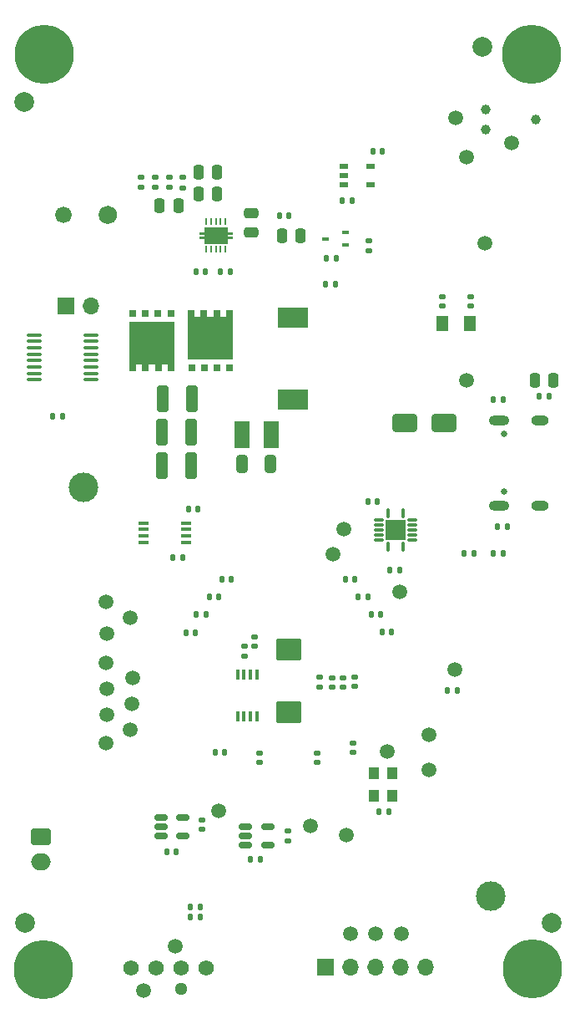
<source format=gbr>
%TF.GenerationSoftware,KiCad,Pcbnew,7.0.9*%
%TF.CreationDate,2024-01-12T11:53:26-05:00*%
%TF.ProjectId,bitaxeUltra,62697461-7865-4556-9c74-72612e6b6963,rev?*%
%TF.SameCoordinates,Original*%
%TF.FileFunction,Soldermask,Top*%
%TF.FilePolarity,Negative*%
%FSLAX46Y46*%
G04 Gerber Fmt 4.6, Leading zero omitted, Abs format (unit mm)*
G04 Created by KiCad (PCBNEW 7.0.9) date 2024-01-12 11:53:26*
%MOMM*%
%LPD*%
G01*
G04 APERTURE LIST*
G04 Aperture macros list*
%AMRoundRect*
0 Rectangle with rounded corners*
0 $1 Rounding radius*
0 $2 $3 $4 $5 $6 $7 $8 $9 X,Y pos of 4 corners*
0 Add a 4 corners polygon primitive as box body*
4,1,4,$2,$3,$4,$5,$6,$7,$8,$9,$2,$3,0*
0 Add four circle primitives for the rounded corners*
1,1,$1+$1,$2,$3*
1,1,$1+$1,$4,$5*
1,1,$1+$1,$6,$7*
1,1,$1+$1,$8,$9*
0 Add four rect primitives between the rounded corners*
20,1,$1+$1,$2,$3,$4,$5,0*
20,1,$1+$1,$4,$5,$6,$7,0*
20,1,$1+$1,$6,$7,$8,$9,0*
20,1,$1+$1,$8,$9,$2,$3,0*%
%AMFreePoly0*
4,1,35,0.005000,-4.560000,0.003536,-4.563536,0.000000,-4.565000,-5.000000,-4.565000,-5.003536,-4.563536,-5.005000,-4.560000,-5.005000,-3.898000,-5.003536,-3.894464,-5.000000,-3.893000,-4.325000,-3.893000,-4.325000,-3.269700,-5.000000,-3.269700,-5.003536,-3.268236,-5.005000,-3.264700,-5.005000,-2.599700,-5.003536,-2.596164,-5.000000,-2.594700,-4.325000,-2.594700,-4.325000,-1.971400,-5.000000,-1.971400,
-5.003536,-1.969936,-5.005000,-1.966400,-5.005000,-1.301400,-5.003536,-1.297864,-5.000000,-1.296400,-4.325000,-1.296400,-4.325000,-0.673100,-5.000000,-0.673100,-5.003536,-0.671636,-5.005000,-0.668100,-5.005000,0.000000,-5.003536,0.003536,-5.000000,0.005000,0.005000,0.005000,0.005000,-4.560000,0.005000,-4.560000,$1*%
%AMFreePoly1*
4,1,45,-0.124646,1.700354,-0.124500,1.700000,-0.124500,1.200500,0.124500,1.200500,0.124500,1.700000,0.124646,1.700354,0.125000,1.700500,0.375000,1.700500,0.375354,1.700354,0.375500,1.700000,0.375500,1.200500,0.825000,1.200500,0.825354,1.200354,0.825500,1.200000,0.825500,-1.200000,0.825354,-1.200354,0.825000,-1.200500,0.375500,-1.200500,0.375500,-1.700000,0.375354,-1.700354,
0.375000,-1.700500,0.125000,-1.700500,0.124646,-1.700354,0.124500,-1.700000,0.124500,-1.200500,-0.124500,-1.200500,-0.124500,-1.700000,-0.124646,-1.700354,-0.125000,-1.700500,-0.375000,-1.700500,-0.375354,-1.700354,-0.375500,-1.700000,-0.375500,-1.200500,-0.825000,-1.200500,-0.825354,-1.200354,-0.825500,-1.200000,-0.825500,1.200000,-0.825354,1.200354,-0.825000,1.200500,-0.375500,1.200500,
-0.375500,1.700000,-0.375354,1.700354,-0.375000,1.700500,-0.125000,1.700500,-0.124646,1.700354,-0.124646,1.700354,$1*%
G04 Aperture macros list end*
%ADD10C,0.120000*%
%ADD11RoundRect,0.250000X0.250000X0.475000X-0.250000X0.475000X-0.250000X-0.475000X0.250000X-0.475000X0*%
%ADD12RoundRect,0.140000X0.140000X0.170000X-0.140000X0.170000X-0.140000X-0.170000X0.140000X-0.170000X0*%
%ADD13RoundRect,0.250000X-1.000000X-0.650000X1.000000X-0.650000X1.000000X0.650000X-1.000000X0.650000X0*%
%ADD14RoundRect,0.100000X-0.637500X-0.100000X0.637500X-0.100000X0.637500X0.100000X-0.637500X0.100000X0*%
%ADD15RoundRect,0.140000X-0.170000X0.140000X-0.170000X-0.140000X0.170000X-0.140000X0.170000X0.140000X0*%
%ADD16C,2.000000*%
%ADD17RoundRect,0.135000X-0.185000X0.135000X-0.185000X-0.135000X0.185000X-0.135000X0.185000X0.135000X0*%
%ADD18RoundRect,0.135000X0.135000X0.185000X-0.135000X0.185000X-0.135000X-0.185000X0.135000X-0.185000X0*%
%ADD19C,1.500000*%
%ADD20R,0.700000X0.450000*%
%ADD21C,3.000000*%
%ADD22RoundRect,0.250000X-0.475000X0.250000X-0.475000X-0.250000X0.475000X-0.250000X0.475000X0.250000X0*%
%ADD23RoundRect,0.250000X-0.250000X-0.475000X0.250000X-0.475000X0.250000X0.475000X-0.250000X0.475000X0*%
%ADD24R,1.168400X1.600200*%
%ADD25RoundRect,0.150000X-0.512500X-0.150000X0.512500X-0.150000X0.512500X0.150000X-0.512500X0.150000X0*%
%ADD26RoundRect,0.140000X0.170000X-0.140000X0.170000X0.140000X-0.170000X0.140000X-0.170000X-0.140000X0*%
%ADD27R,0.400000X1.100000*%
%ADD28RoundRect,0.140000X-0.140000X-0.170000X0.140000X-0.170000X0.140000X0.170000X-0.140000X0.170000X0*%
%ADD29C,0.800000*%
%ADD30C,6.000000*%
%ADD31RoundRect,0.007800X-0.122200X0.442200X-0.122200X-0.442200X0.122200X-0.442200X0.122200X0.442200X0*%
%ADD32RoundRect,0.007800X-0.442200X-0.122200X0.442200X-0.122200X0.442200X0.122200X-0.442200X0.122200X0*%
%ADD33R,2.050000X2.050000*%
%ADD34R,3.100000X2.000000*%
%ADD35RoundRect,0.135000X0.185000X-0.135000X0.185000X0.135000X-0.185000X0.135000X-0.185000X-0.135000X0*%
%ADD36R,1.100000X0.400000*%
%ADD37RoundRect,0.250000X-1.025000X0.875000X-1.025000X-0.875000X1.025000X-0.875000X1.025000X0.875000X0*%
%ADD38R,0.700000X0.800000*%
%ADD39FreePoly0,270.000000*%
%ADD40RoundRect,0.135000X-0.135000X-0.185000X0.135000X-0.185000X0.135000X0.185000X-0.135000X0.185000X0*%
%ADD41RoundRect,0.050000X-0.070000X0.250000X-0.070000X-0.250000X0.070000X-0.250000X0.070000X0.250000X0*%
%ADD42C,0.400000*%
%ADD43FreePoly1,270.000000*%
%ADD44R,1.600000X2.700000*%
%ADD45FreePoly0,90.000000*%
%ADD46RoundRect,0.250000X-0.325000X-1.100000X0.325000X-1.100000X0.325000X1.100000X-0.325000X1.100000X0*%
%ADD47R,1.100000X1.300000*%
%ADD48RoundRect,0.250000X0.325000X0.650000X-0.325000X0.650000X-0.325000X-0.650000X0.325000X-0.650000X0*%
%ADD49R,0.952500X0.558800*%
%ADD50C,1.295400*%
%ADD51C,1.574800*%
%ADD52R,1.700000X1.700000*%
%ADD53O,1.700000X1.700000*%
%ADD54C,0.650000*%
%ADD55O,1.800000X1.000000*%
%ADD56O,2.100000X1.000000*%
%ADD57C,0.990600*%
%ADD58C,1.600000*%
%ADD59C,1.800000*%
%ADD60RoundRect,0.250000X-0.750000X0.600000X-0.750000X-0.600000X0.750000X-0.600000X0.750000X0.600000X0*%
%ADD61O,2.000000X1.700000*%
G04 APERTURE END LIST*
D10*
%TO.C,J1*%
X83550000Y-67350000D02*
G75*
G03*
X83550000Y-67350000I-800000J0D01*
G01*
X88150000Y-67350000D02*
G75*
G03*
X88150000Y-67350000I-900000J0D01*
G01*
%TD*%
D11*
%TO.C,C43*%
X106814000Y-69487000D03*
X104914000Y-69487000D03*
%TD*%
D12*
%TO.C,C19*%
X116836000Y-103365000D03*
X115876000Y-103365000D03*
%TD*%
D13*
%TO.C,D1*%
X117380000Y-88392000D03*
X121380000Y-88392000D03*
%TD*%
D14*
%TO.C,U8*%
X79777500Y-79495000D03*
X79777500Y-80145000D03*
X79777500Y-80795000D03*
X79777500Y-81445000D03*
X79777500Y-82095000D03*
X79777500Y-82745000D03*
X79777500Y-83395000D03*
X79777500Y-84045000D03*
X85502500Y-84045000D03*
X85502500Y-83395000D03*
X85502500Y-82745000D03*
X85502500Y-82095000D03*
X85502500Y-81445000D03*
X85502500Y-80795000D03*
X85502500Y-80145000D03*
X85502500Y-79495000D03*
%TD*%
D15*
%TO.C,C7*%
X112268000Y-114175600D03*
X112268000Y-115135600D03*
%TD*%
D16*
%TO.C,FID2*%
X125272800Y-50292000D03*
%TD*%
%TO.C,FID4*%
X132257800Y-139065000D03*
%TD*%
D17*
%TO.C,R13*%
X90649600Y-63569000D03*
X90649600Y-64589000D03*
%TD*%
D16*
%TO.C,FID3*%
X78841600Y-139065000D03*
%TD*%
D18*
%TO.C,R6*%
X122717000Y-115554000D03*
X121697000Y-115554000D03*
%TD*%
D12*
%TO.C,C1*%
X115730000Y-127810000D03*
X114770000Y-127810000D03*
%TD*%
D19*
%TO.C,TP38*%
X87045800Y-112699800D03*
%TD*%
D20*
%TO.C,Q4*%
X111370000Y-70430000D03*
X111370000Y-69130000D03*
X109370000Y-69780000D03*
%TD*%
D11*
%TO.C,C41*%
X98355400Y-63005800D03*
X96455400Y-63005800D03*
%TD*%
D19*
%TO.C,TP19*%
X123610000Y-84120000D03*
%TD*%
D17*
%TO.C,R8*%
X113770000Y-69930000D03*
X113770000Y-70950000D03*
%TD*%
D12*
%TO.C,C3*%
X114920000Y-107790000D03*
X113960000Y-107790000D03*
%TD*%
D21*
%TO.C,H6*%
X84764000Y-94984000D03*
%TD*%
D18*
%TO.C,R5*%
X127764000Y-98910000D03*
X126744000Y-98910000D03*
%TD*%
D22*
%TO.C,C38*%
X101783000Y-67211600D03*
X101783000Y-69111600D03*
%TD*%
D19*
%TO.C,TP35*%
X111225000Y-99150000D03*
%TD*%
%TO.C,TP5*%
X111440000Y-130160000D03*
%TD*%
D15*
%TO.C,C25*%
X105540000Y-129760000D03*
X105540000Y-130720000D03*
%TD*%
D23*
%TO.C,C45*%
X92522000Y-66420000D03*
X94422000Y-66420000D03*
%TD*%
D24*
%TO.C,Y1*%
X124017400Y-78349000D03*
X121172600Y-78349000D03*
%TD*%
D19*
%TO.C,TP16*%
X94107000Y-141452600D03*
%TD*%
%TO.C,TP15*%
X90855800Y-145948400D03*
%TD*%
D25*
%TO.C,U5*%
X92615500Y-128358000D03*
X92615500Y-129308000D03*
X92615500Y-130258000D03*
X94890500Y-130258000D03*
X94890500Y-128358000D03*
%TD*%
D23*
%TO.C,C51*%
X130580000Y-84090000D03*
X132480000Y-84090000D03*
%TD*%
D19*
%TO.C,TP8*%
X119800000Y-119990000D03*
%TD*%
%TO.C,TP23*%
X122556000Y-57528000D03*
%TD*%
D25*
%TO.C,U6*%
X101182500Y-129290000D03*
X101182500Y-130240000D03*
X101182500Y-131190000D03*
X103457500Y-131190000D03*
X103457500Y-129290000D03*
%TD*%
D21*
%TO.C,H5*%
X126130000Y-136350000D03*
%TD*%
D19*
%TO.C,TP1*%
X89763600Y-114223800D03*
%TD*%
D26*
%TO.C,C4*%
X108485000Y-122798000D03*
X108485000Y-121838000D03*
%TD*%
D19*
%TO.C,TP43*%
X87147400Y-115316000D03*
%TD*%
D27*
%TO.C,U7*%
X102371800Y-113877200D03*
X101721800Y-113877200D03*
X101071800Y-113877200D03*
X100421800Y-113877200D03*
X100421800Y-118177200D03*
X101071800Y-118177200D03*
X101721800Y-118177200D03*
X102371800Y-118177200D03*
%TD*%
D12*
%TO.C,C12*%
X99780000Y-104240000D03*
X98820000Y-104240000D03*
%TD*%
D28*
%TO.C,C52*%
X131050000Y-85700000D03*
X132010000Y-85700000D03*
%TD*%
D18*
%TO.C,R1*%
X127347000Y-101658000D03*
X126327000Y-101658000D03*
%TD*%
D29*
%TO.C,H7*%
X127985010Y-51120990D03*
X128644020Y-49530000D03*
X128644020Y-52711980D03*
X130235010Y-48870990D03*
D30*
X130235010Y-51120990D03*
D29*
X130235010Y-53370990D03*
X131826000Y-49530000D03*
X131826000Y-52711980D03*
X132485010Y-51120990D03*
%TD*%
D26*
%TO.C,C30*%
X124043000Y-76576000D03*
X124043000Y-75616000D03*
%TD*%
D16*
%TO.C,FID1*%
X78740000Y-55905400D03*
%TD*%
D31*
%TO.C,U2*%
X115672000Y-97580000D03*
D32*
X114737000Y-98265000D03*
X114737000Y-98765000D03*
X114737000Y-99265000D03*
X114737000Y-99765000D03*
X114737000Y-100265000D03*
D31*
X115672000Y-100950000D03*
X117172000Y-100950000D03*
D32*
X118107000Y-100265000D03*
X118107000Y-99765000D03*
X118107000Y-99265000D03*
X118107000Y-98765000D03*
X118107000Y-98265000D03*
D31*
X117172000Y-97580000D03*
D33*
X116422000Y-99265000D03*
%TD*%
D17*
%TO.C,R10*%
X94828800Y-63573600D03*
X94828800Y-64593600D03*
%TD*%
D19*
%TO.C,TP42*%
X87100000Y-106510000D03*
%TD*%
%TO.C,TP17*%
X125500000Y-70190000D03*
%TD*%
D34*
%TO.C,L1*%
X106000600Y-77761400D03*
X106000600Y-86081400D03*
%TD*%
D35*
%TO.C,R15*%
X93465000Y-64589000D03*
X93465000Y-63569000D03*
%TD*%
D12*
%TO.C,C15*%
X98490000Y-106040000D03*
X97530000Y-106040000D03*
%TD*%
D18*
%TO.C,R16*%
X94840000Y-102040000D03*
X93820000Y-102040000D03*
%TD*%
D29*
%TO.C,H9*%
X128052000Y-143728000D03*
X128711010Y-142137010D03*
X128711010Y-145318990D03*
X130302000Y-141478000D03*
D30*
X130302000Y-143728000D03*
D29*
X130302000Y-145978000D03*
X131892990Y-142137010D03*
X131892990Y-145318990D03*
X132552000Y-143728000D03*
%TD*%
D26*
%TO.C,C16*%
X102646000Y-122798000D03*
X102646000Y-121838000D03*
%TD*%
D12*
%TO.C,C49*%
X115080000Y-60930000D03*
X114120000Y-60930000D03*
%TD*%
%TO.C,C18*%
X96139000Y-109681000D03*
X95179000Y-109681000D03*
%TD*%
D19*
%TO.C,TP18*%
X128200000Y-60060000D03*
%TD*%
D11*
%TO.C,C40*%
X98333000Y-65268000D03*
X96433000Y-65268000D03*
%TD*%
D36*
%TO.C,U10*%
X90890000Y-98565000D03*
X90890000Y-99215000D03*
X90890000Y-99865000D03*
X90890000Y-100515000D03*
X95190000Y-100515000D03*
X95190000Y-99865000D03*
X95190000Y-99215000D03*
X95190000Y-98565000D03*
%TD*%
D19*
%TO.C,TP36*%
X116870000Y-105550000D03*
%TD*%
D28*
%TO.C,C39*%
X104650000Y-67450000D03*
X105610000Y-67450000D03*
%TD*%
D19*
%TO.C,TP44*%
X89687400Y-116840000D03*
%TD*%
D29*
%TO.C,H10*%
X78455010Y-143830990D03*
X79114020Y-142240000D03*
X79114020Y-145421980D03*
X80705010Y-141580990D03*
D30*
X80705010Y-143830990D03*
D29*
X80705010Y-146080990D03*
X82296000Y-142240000D03*
X82296000Y-145421980D03*
X82955010Y-143830990D03*
%TD*%
D26*
%TO.C,C31*%
X121159000Y-76585000D03*
X121159000Y-75625000D03*
%TD*%
D12*
%TO.C,C35*%
X82650000Y-87720000D03*
X81690000Y-87720000D03*
%TD*%
D15*
%TO.C,C10*%
X108712000Y-114201000D03*
X108712000Y-115161000D03*
%TD*%
%TO.C,C11*%
X111150400Y-114226400D03*
X111150400Y-115186400D03*
%TD*%
D17*
%TO.C,R14*%
X92057300Y-63569000D03*
X92057300Y-64589000D03*
%TD*%
D12*
%TO.C,C14*%
X99092000Y-121788000D03*
X98132000Y-121788000D03*
%TD*%
D37*
%TO.C,C13*%
X105600000Y-111360000D03*
X105600000Y-117760000D03*
%TD*%
D38*
%TO.C,Q2*%
X95751600Y-82862700D03*
X97049900Y-82862700D03*
X98313300Y-82862700D03*
X99611600Y-82862700D03*
D39*
X99961600Y-81957700D03*
%TD*%
D26*
%TO.C,C33*%
X102133400Y-111046200D03*
X102133400Y-110086200D03*
%TD*%
D40*
%TO.C,R2*%
X95640000Y-138480000D03*
X96660000Y-138480000D03*
%TD*%
D19*
%TO.C,TP3*%
X114410000Y-140150000D03*
%TD*%
%TO.C,TP41*%
X89500000Y-108130000D03*
%TD*%
D28*
%TO.C,C44*%
X95450000Y-97140000D03*
X96410000Y-97140000D03*
%TD*%
D41*
%TO.C,U9*%
X99201691Y-68022200D03*
X98701691Y-68022200D03*
X98201691Y-68022200D03*
X97701691Y-68022200D03*
X97201691Y-68022200D03*
X97201691Y-70822200D03*
X97701691Y-70822200D03*
X98201691Y-70822200D03*
X98701691Y-70822200D03*
X99201691Y-70822200D03*
D42*
X98201691Y-68847200D03*
X99151691Y-69422200D03*
D43*
X98201691Y-69422200D03*
D42*
X97251691Y-69422200D03*
X98201691Y-69997200D03*
%TD*%
D19*
%TO.C,TP34*%
X110075000Y-101700000D03*
%TD*%
%TO.C,TP46*%
X87071200Y-120827800D03*
%TD*%
D29*
%TO.C,H8*%
X78558000Y-51054000D03*
X79217010Y-49463010D03*
X79217010Y-52644990D03*
X80808000Y-48804000D03*
D30*
X80808000Y-51054000D03*
D29*
X80808000Y-53304000D03*
X82398990Y-49463010D03*
X82398990Y-52644990D03*
X83058000Y-51054000D03*
%TD*%
D28*
%TO.C,C22*%
X93253000Y-131818000D03*
X94213000Y-131818000D03*
%TD*%
D19*
%TO.C,TP10*%
X119800000Y-123540000D03*
%TD*%
D12*
%TO.C,C21*%
X124370000Y-101660000D03*
X123410000Y-101660000D03*
%TD*%
%TO.C,C6*%
X113620000Y-106030000D03*
X112660000Y-106030000D03*
%TD*%
D44*
%TO.C,C46*%
X103851600Y-89640200D03*
X100851600Y-89640200D03*
%TD*%
D38*
%TO.C,Q1*%
X93649887Y-77313864D03*
X92351587Y-77313864D03*
X91088187Y-77313864D03*
X89789887Y-77313864D03*
D45*
X89439887Y-78218864D03*
%TD*%
D28*
%TO.C,C42*%
X96189800Y-73128000D03*
X97149800Y-73128000D03*
%TD*%
D19*
%TO.C,TP7*%
X115560000Y-121710000D03*
%TD*%
D46*
%TO.C,C34*%
X92806600Y-85970200D03*
X95756600Y-85970200D03*
%TD*%
D19*
%TO.C,TP40*%
X87180000Y-109740000D03*
%TD*%
%TO.C,TP4*%
X117040000Y-140190000D03*
%TD*%
D47*
%TO.C,U1*%
X116140000Y-126170000D03*
X116140000Y-123870000D03*
X114240000Y-123870000D03*
X114240000Y-126170000D03*
%TD*%
D19*
%TO.C,TP13*%
X98473000Y-127736000D03*
%TD*%
D40*
%TO.C,R12*%
X98650200Y-73123400D03*
X99670200Y-73123400D03*
%TD*%
D18*
%TO.C,R4*%
X110465000Y-71760000D03*
X109445000Y-71760000D03*
%TD*%
D12*
%TO.C,C2*%
X116020000Y-109624000D03*
X115060000Y-109624000D03*
%TD*%
D40*
%TO.C,R7*%
X109340000Y-74410000D03*
X110360000Y-74410000D03*
%TD*%
D28*
%TO.C,C23*%
X101730000Y-132610000D03*
X102690000Y-132610000D03*
%TD*%
D19*
%TO.C,TP6*%
X89560400Y-119507000D03*
%TD*%
D26*
%TO.C,C5*%
X112160000Y-121800000D03*
X112160000Y-120840000D03*
%TD*%
D19*
%TO.C,TP9*%
X122500000Y-113430000D03*
%TD*%
D35*
%TO.C,R9*%
X101092000Y-112066800D03*
X101092000Y-111046800D03*
%TD*%
D12*
%TO.C,C17*%
X97210000Y-107780000D03*
X96250000Y-107780000D03*
%TD*%
%TO.C,C8*%
X112290000Y-104240000D03*
X111330000Y-104240000D03*
%TD*%
D28*
%TO.C,C29*%
X95640000Y-137410000D03*
X96600000Y-137410000D03*
%TD*%
D19*
%TO.C,TP14*%
X107830000Y-129200000D03*
%TD*%
%TO.C,TP45*%
X87122000Y-117983000D03*
%TD*%
D18*
%TO.C,R3*%
X127382000Y-86047000D03*
X126362000Y-86047000D03*
%TD*%
D28*
%TO.C,C27*%
X111051000Y-65931000D03*
X112011000Y-65931000D03*
%TD*%
D19*
%TO.C,TP22*%
X123640000Y-61510000D03*
%TD*%
%TO.C,TP2*%
X111890000Y-140150000D03*
%TD*%
D12*
%TO.C,C20*%
X114582000Y-96355000D03*
X113622000Y-96355000D03*
%TD*%
D48*
%TO.C,C47*%
X103786600Y-92610200D03*
X100836600Y-92610200D03*
%TD*%
D15*
%TO.C,C24*%
X96763000Y-128638000D03*
X96763000Y-129598000D03*
%TD*%
D46*
%TO.C,C36*%
X92766600Y-89380200D03*
X95716600Y-89380200D03*
%TD*%
D15*
%TO.C,C9*%
X109982000Y-114230000D03*
X109982000Y-115190000D03*
%TD*%
D49*
%TO.C,U11*%
X111185050Y-62440200D03*
X111185050Y-63380000D03*
X111185050Y-64319800D03*
X113940950Y-64319800D03*
X113940950Y-62440200D03*
%TD*%
D46*
%TO.C,C37*%
X92766600Y-92740200D03*
X95716600Y-92740200D03*
%TD*%
D50*
%TO.C,J4*%
X94701000Y-145782001D03*
D51*
X89621000Y-143622000D03*
X92161000Y-143622000D03*
X94701000Y-143622000D03*
X97241000Y-143622000D03*
%TD*%
D52*
%TO.C,J7*%
X83000000Y-76540000D03*
D53*
X85540000Y-76540000D03*
%TD*%
D52*
%TO.C,J3*%
X109350000Y-143580000D03*
D53*
X111890000Y-143580000D03*
X114430000Y-143580000D03*
X116970000Y-143580000D03*
X119510000Y-143580000D03*
%TD*%
D54*
%TO.C,J8*%
X127443000Y-89566000D03*
X127443000Y-95346000D03*
D55*
X131123000Y-88136000D03*
D56*
X126943000Y-88136000D03*
D55*
X131123000Y-96776000D03*
D56*
X126943000Y-96776000D03*
%TD*%
D57*
%TO.C,J5*%
X130670000Y-57730000D03*
X125590000Y-58746000D03*
X125590000Y-56714000D03*
%TD*%
D58*
%TO.C,J1*%
X82750000Y-67350000D03*
D59*
X87250000Y-67350000D03*
%TD*%
D60*
%TO.C,J2*%
X80470000Y-130360000D03*
D61*
X80470000Y-132860000D03*
%TD*%
M02*

</source>
